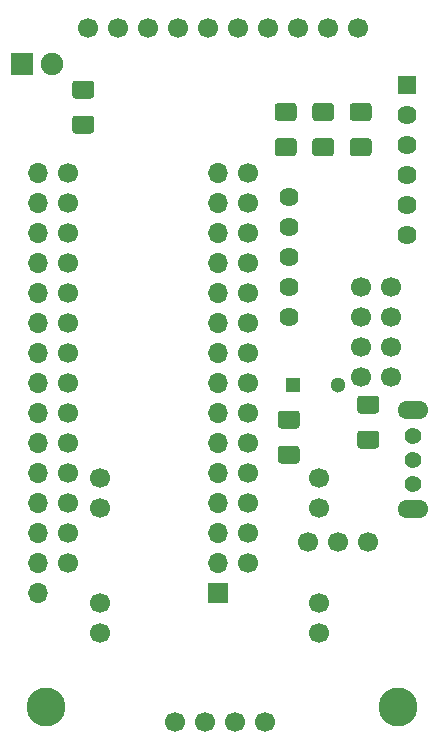
<source format=gbr>
%TF.GenerationSoftware,KiCad,Pcbnew,(5.1.6)-1*%
%TF.CreationDate,2020-10-17T00:26:31-04:00*%
%TF.ProjectId,whs6,77687336-2e6b-4696-9361-645f70636258,rev?*%
%TF.SameCoordinates,Original*%
%TF.FileFunction,Soldermask,Top*%
%TF.FilePolarity,Negative*%
%FSLAX46Y46*%
G04 Gerber Fmt 4.6, Leading zero omitted, Abs format (unit mm)*
G04 Created by KiCad (PCBNEW (5.1.6)-1) date 2020-10-17 00:26:31*
%MOMM*%
%LPD*%
G01*
G04 APERTURE LIST*
%ADD10C,1.700000*%
%ADD11C,3.300000*%
%ADD12R,1.700000X1.700000*%
%ADD13O,1.700000X1.700000*%
%ADD14R,1.900000X1.900000*%
%ADD15C,1.900000*%
%ADD16R,1.624000X1.624000*%
%ADD17C,1.624000*%
%ADD18R,1.200000X1.200000*%
%ADD19C,1.300000*%
%ADD20O,2.624000X1.524000*%
%ADD21C,1.424000*%
G04 APERTURE END LIST*
D10*
%TO.C,rain_gauge1*%
X151765000Y-81915000D03*
X149225000Y-81915000D03*
X146685000Y-81915000D03*
%TD*%
D11*
%TO.C,REF\u002A\u002A*%
X124460000Y-95885000D03*
%TD*%
%TO.C,REF\u002A\u002A*%
X154305000Y-95885000D03*
%TD*%
D10*
%TO.C,U1*%
X141554200Y-83667600D03*
X126314200Y-65887600D03*
X141554200Y-68427600D03*
X141554200Y-58267600D03*
X141554200Y-55727600D03*
X141554200Y-50647600D03*
X126314200Y-81127600D03*
X126314200Y-70967600D03*
X126314200Y-58267600D03*
X141554200Y-53187600D03*
X126314200Y-83667600D03*
X126314200Y-76047600D03*
X126314200Y-68427600D03*
X126314200Y-63347600D03*
X126314200Y-60807600D03*
X126314200Y-50647600D03*
X141554200Y-81127600D03*
X126314200Y-53187600D03*
X126314200Y-73507600D03*
X141554200Y-78587600D03*
X141554200Y-76047600D03*
X141554200Y-73507600D03*
X141554200Y-63347600D03*
X141554200Y-70967600D03*
X141554200Y-65887600D03*
X141554200Y-60807600D03*
X126314200Y-78587600D03*
X126314200Y-55727600D03*
%TD*%
D12*
%TO.C,Arduino_Nano1*%
X139039600Y-86207600D03*
D13*
X123799600Y-53187600D03*
X139039600Y-83667600D03*
X123799600Y-55727600D03*
X139039600Y-81127600D03*
X123799600Y-58267600D03*
X139039600Y-78587600D03*
X123799600Y-60807600D03*
X139039600Y-76047600D03*
X123799600Y-63347600D03*
X139039600Y-73507600D03*
X123799600Y-65887600D03*
X139039600Y-70967600D03*
X123799600Y-68427600D03*
X139039600Y-68427600D03*
X123799600Y-70967600D03*
X139039600Y-65887600D03*
X123799600Y-73507600D03*
X139039600Y-63347600D03*
X123799600Y-76047600D03*
X139039600Y-60807600D03*
X123799600Y-78587600D03*
X139039600Y-58267600D03*
X123799600Y-81127600D03*
X139039600Y-55727600D03*
X123799600Y-83667600D03*
X139039600Y-53187600D03*
X123799600Y-86207600D03*
X139039600Y-50647600D03*
X123799600Y-50647600D03*
%TD*%
D14*
%TO.C,D1*%
X122428000Y-41402000D03*
D15*
X124968000Y-41402000D03*
%TD*%
%TO.C,F1*%
G36*
G01*
X151107544Y-72480000D02*
X152422456Y-72480000D01*
G75*
G02*
X152690000Y-72747544I0J-267544D01*
G01*
X152690000Y-73737456D01*
G75*
G02*
X152422456Y-74005000I-267544J0D01*
G01*
X151107544Y-74005000D01*
G75*
G02*
X150840000Y-73737456I0J267544D01*
G01*
X150840000Y-72747544D01*
G75*
G02*
X151107544Y-72480000I267544J0D01*
G01*
G37*
G36*
G01*
X151107544Y-69505000D02*
X152422456Y-69505000D01*
G75*
G02*
X152690000Y-69772544I0J-267544D01*
G01*
X152690000Y-70762456D01*
G75*
G02*
X152422456Y-71030000I-267544J0D01*
G01*
X151107544Y-71030000D01*
G75*
G02*
X150840000Y-70762456I0J267544D01*
G01*
X150840000Y-69772544D01*
G75*
G02*
X151107544Y-69505000I267544J0D01*
G01*
G37*
%TD*%
D16*
%TO.C,Micro_SD1*%
X155092400Y-43180000D03*
D17*
X155092400Y-45720000D03*
X155092400Y-48260000D03*
X155092400Y-50800000D03*
X155092400Y-53340000D03*
X155092400Y-55880000D03*
%TD*%
D10*
%TO.C,nRF24L01+1*%
X151130000Y-65405000D03*
X153670000Y-65405000D03*
X153670000Y-60325000D03*
X153670000Y-62865000D03*
X151130000Y-62865000D03*
X151130000Y-60325000D03*
X151130000Y-67945000D03*
X153670000Y-67945000D03*
%TD*%
D18*
%TO.C,Power_IN1*%
X145415000Y-68580000D03*
D19*
X149225000Y-68580000D03*
%TD*%
%TO.C,R1*%
G36*
G01*
X128292456Y-47335000D02*
X126977544Y-47335000D01*
G75*
G02*
X126710000Y-47067456I0J267544D01*
G01*
X126710000Y-46077544D01*
G75*
G02*
X126977544Y-45810000I267544J0D01*
G01*
X128292456Y-45810000D01*
G75*
G02*
X128560000Y-46077544I0J-267544D01*
G01*
X128560000Y-47067456D01*
G75*
G02*
X128292456Y-47335000I-267544J0D01*
G01*
G37*
G36*
G01*
X128292456Y-44360000D02*
X126977544Y-44360000D01*
G75*
G02*
X126710000Y-44092456I0J267544D01*
G01*
X126710000Y-43102544D01*
G75*
G02*
X126977544Y-42835000I267544J0D01*
G01*
X128292456Y-42835000D01*
G75*
G02*
X128560000Y-43102544I0J-267544D01*
G01*
X128560000Y-44092456D01*
G75*
G02*
X128292456Y-44360000I-267544J0D01*
G01*
G37*
%TD*%
%TO.C,R2*%
G36*
G01*
X151787456Y-46265000D02*
X150472544Y-46265000D01*
G75*
G02*
X150205000Y-45997456I0J267544D01*
G01*
X150205000Y-45007544D01*
G75*
G02*
X150472544Y-44740000I267544J0D01*
G01*
X151787456Y-44740000D01*
G75*
G02*
X152055000Y-45007544I0J-267544D01*
G01*
X152055000Y-45997456D01*
G75*
G02*
X151787456Y-46265000I-267544J0D01*
G01*
G37*
G36*
G01*
X151787456Y-49240000D02*
X150472544Y-49240000D01*
G75*
G02*
X150205000Y-48972456I0J267544D01*
G01*
X150205000Y-47982544D01*
G75*
G02*
X150472544Y-47715000I267544J0D01*
G01*
X151787456Y-47715000D01*
G75*
G02*
X152055000Y-47982544I0J-267544D01*
G01*
X152055000Y-48972456D01*
G75*
G02*
X151787456Y-49240000I-267544J0D01*
G01*
G37*
%TD*%
%TO.C,R3*%
G36*
G01*
X145437456Y-49240000D02*
X144122544Y-49240000D01*
G75*
G02*
X143855000Y-48972456I0J267544D01*
G01*
X143855000Y-47982544D01*
G75*
G02*
X144122544Y-47715000I267544J0D01*
G01*
X145437456Y-47715000D01*
G75*
G02*
X145705000Y-47982544I0J-267544D01*
G01*
X145705000Y-48972456D01*
G75*
G02*
X145437456Y-49240000I-267544J0D01*
G01*
G37*
G36*
G01*
X145437456Y-46265000D02*
X144122544Y-46265000D01*
G75*
G02*
X143855000Y-45997456I0J267544D01*
G01*
X143855000Y-45007544D01*
G75*
G02*
X144122544Y-44740000I267544J0D01*
G01*
X145437456Y-44740000D01*
G75*
G02*
X145705000Y-45007544I0J-267544D01*
G01*
X145705000Y-45997456D01*
G75*
G02*
X145437456Y-46265000I-267544J0D01*
G01*
G37*
%TD*%
%TO.C,R4*%
G36*
G01*
X148612456Y-46265000D02*
X147297544Y-46265000D01*
G75*
G02*
X147030000Y-45997456I0J267544D01*
G01*
X147030000Y-45007544D01*
G75*
G02*
X147297544Y-44740000I267544J0D01*
G01*
X148612456Y-44740000D01*
G75*
G02*
X148880000Y-45007544I0J-267544D01*
G01*
X148880000Y-45997456D01*
G75*
G02*
X148612456Y-46265000I-267544J0D01*
G01*
G37*
G36*
G01*
X148612456Y-49240000D02*
X147297544Y-49240000D01*
G75*
G02*
X147030000Y-48972456I0J267544D01*
G01*
X147030000Y-47982544D01*
G75*
G02*
X147297544Y-47715000I267544J0D01*
G01*
X148612456Y-47715000D01*
G75*
G02*
X148880000Y-47982544I0J-267544D01*
G01*
X148880000Y-48972456D01*
G75*
G02*
X148612456Y-49240000I-267544J0D01*
G01*
G37*
%TD*%
%TO.C,R5*%
G36*
G01*
X144376544Y-70775000D02*
X145691456Y-70775000D01*
G75*
G02*
X145959000Y-71042544I0J-267544D01*
G01*
X145959000Y-72032456D01*
G75*
G02*
X145691456Y-72300000I-267544J0D01*
G01*
X144376544Y-72300000D01*
G75*
G02*
X144109000Y-72032456I0J267544D01*
G01*
X144109000Y-71042544D01*
G75*
G02*
X144376544Y-70775000I267544J0D01*
G01*
G37*
G36*
G01*
X144376544Y-73750000D02*
X145691456Y-73750000D01*
G75*
G02*
X145959000Y-74017544I0J-267544D01*
G01*
X145959000Y-75007456D01*
G75*
G02*
X145691456Y-75275000I-267544J0D01*
G01*
X144376544Y-75275000D01*
G75*
G02*
X144109000Y-75007456I0J267544D01*
G01*
X144109000Y-74017544D01*
G75*
G02*
X144376544Y-73750000I267544J0D01*
G01*
G37*
%TD*%
D17*
%TO.C,RTC1*%
X145084800Y-52705000D03*
X145084800Y-55245000D03*
X145084800Y-57785000D03*
X145084800Y-60325000D03*
X145084800Y-62865000D03*
%TD*%
D20*
%TO.C,switch1*%
X155575000Y-70739000D03*
X155575000Y-79121000D03*
D21*
X155575000Y-72898000D03*
X155575000Y-74930000D03*
X155575000Y-76962000D03*
%TD*%
D10*
%TO.C,top_rail1*%
X130556000Y-38354000D03*
X133096000Y-38354000D03*
X135636000Y-38354000D03*
X138176000Y-38354000D03*
X140716000Y-38354000D03*
X143256000Y-38354000D03*
X145796000Y-38354000D03*
X148336000Y-38354000D03*
X150876000Y-38354000D03*
X128016000Y-38354000D03*
%TD*%
%TO.C,Ultrasonic_sensor1*%
X135382000Y-97155000D03*
X137922000Y-97155000D03*
X140462000Y-97155000D03*
X143002000Y-97155000D03*
%TD*%
%TO.C,U5*%
X147590000Y-76490000D03*
X147590000Y-78990000D03*
X147590000Y-87090000D03*
X129090000Y-78990000D03*
X129090000Y-89590000D03*
X129090000Y-87090000D03*
X129090000Y-76490000D03*
X147590000Y-89590000D03*
%TD*%
M02*

</source>
